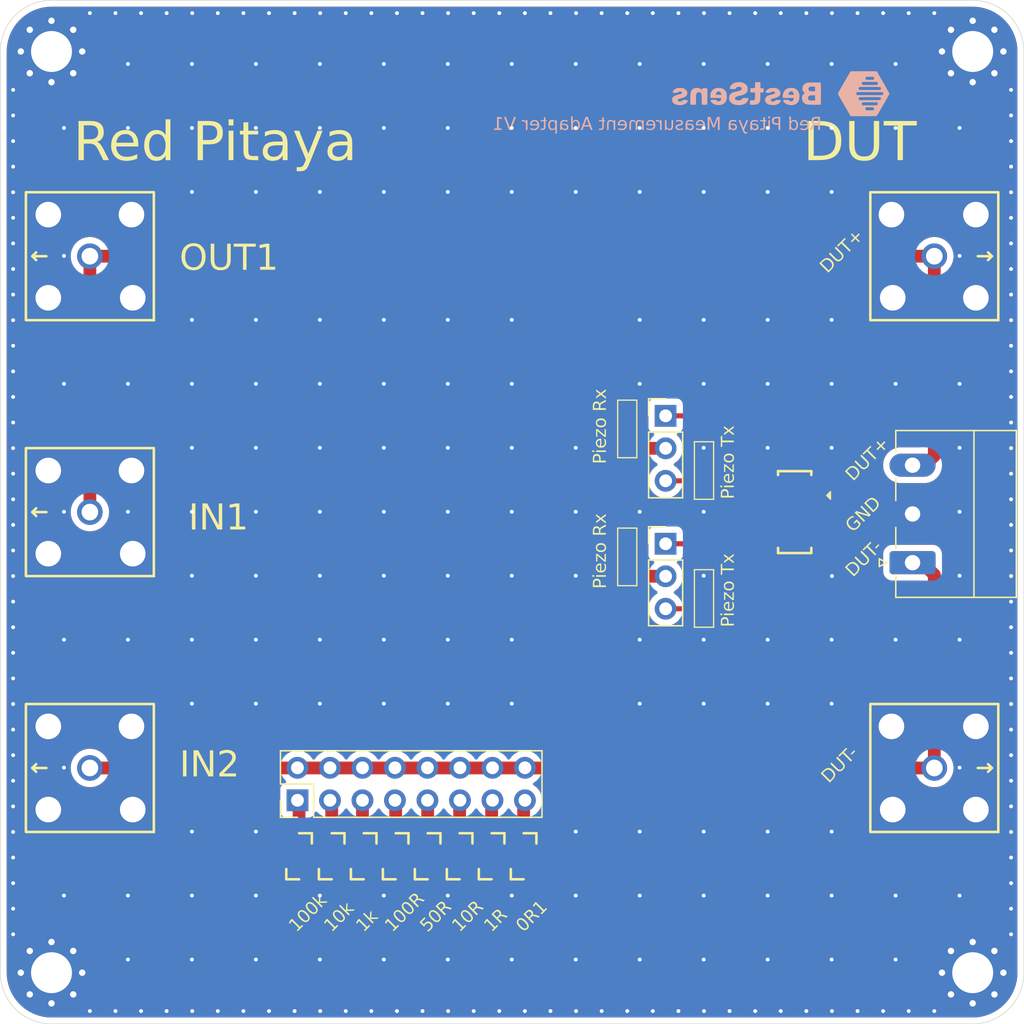
<source format=kicad_pcb>
(kicad_pcb (version 20240108) (generator "pcbnew") (generator_version "8.0")
  (layers (0 "F.Cu" signal) (31 "B.Cu" signal) (34 "B.Paste" user) (35 "F.Paste" user) (36 "B.SilkS" user "B.Silkscreen") (37 "F.SilkS" user "F.Silkscreen") (38 "B.Mask" user) (39 "F.Mask" user) (44 "Edge.Cuts" user))
  (net 0 "")
  (net 1 "GND")
  (net 2 "/OUT1")
  (net 3 "/IN2")
  (net 4 "/US-{slash}Tx")
  (net 6 "/US+{slash}Tx")
  (net 7 "/US+{slash}Rx")
  (net 9 "/US-{slash}Rx")
  (net 10 "Net-(J107-Pad5)")
  (net 11 "Net-(J107-Pad1)")
  (net 12 "Net-(J107-Pad13)")
  (net 13 "Net-(J107-Pad3)")
  (net 14 "Net-(J107-Pad9)")
  (net 15 "Net-(J107-Pad11)")
  (net 16 "Net-(J107-Pad15)")
  (net 17 "Net-(J107-Pad7)")
  (footprint "BestParts_Connectors:BNC_Jack_90" (layer "F.Cu") (at -33 -40 -90)
    (property "Reference" "J102" (hide yes))
    (property "Value" "Generic-5P" (hide yes))
  )
  (footprint "BestParts_Connectors:BNC_Jack_90" (layer "F.Cu") (at -33 -60 -90)
    (property "Reference" "J101" (hide yes))
    (property "Value" "Generic-5P" (hide yes))
  )
  (footprint "BestParts_Connectors:BNC_Jack_90" (layer "F.Cu") (at -33 -20 -90)
    (property "Reference" "J103" (hide yes))
    (property "Value" "Generic-5P" (hide yes))
  )
  (footprint "BestParts_Connectors:F31K-1A7H1-11006" (layer "F.Cu") (at 22.0875 -40)
    (property "Reference" "J104" (hide yes))
    (property "Value" "Generic-7P" (hide yes))
  )
  (footprint "BestParts_Resistors:R_0805" (layer "F.Cu") (at -11.6 -13.1 -90)
    (property "Reference" "R106" (hide yes))
    (property "Value" "1k" (hide yes))
  )
  (footprint "BestParts_Connectors:BNC_Jack_90" (layer "F.Cu") (at 33 -60 90)
    (property "Reference" "J109" (hide yes))
    (property "Value" "Generic-5P" (hide yes))
  )
  (footprint "MountingHole:MountingHole_3.2mm_M3_Pad_Via" (layer "F.Cu") (at -36 -4)
    (property "Reference" "H104" (hide yes))
    (property "Value" "MountingHole_Pad" (hide yes))
  )
  (footprint "BestParts_Resistors:R_0805" (layer "F.Cu") (at -9.1 -13.1 -90)
    (property "Reference" "R105" (hide yes))
    (property "Value" "100R" (hide yes))
  )
  (footprint "BestParts_Resistors:R_0805" (layer "F.Cu") (at -4.1 -13.1 -90)
    (property "Reference" "R103" (hide yes))
    (property "Value" "10R" (hide yes))
  )
  (footprint "BestParts_Resistors:R_0805" (layer "F.Cu") (at -16.65 -13.1 -90)
    (property "Reference" "R108" (hide yes))
    (property "Value" "100k" (hide yes))
  )
  (footprint "Connector_PinHeader_2.54mm:PinHeader_2x08_P2.54mm_Vertical" (layer "F.Cu") (at -16.775 -17.475 90)
    (property "Reference" "J107" (hide yes))
    (property "Value" "~" (hide yes))
  )
  (footprint "BestParts_Resistors:R_0805" (layer "F.Cu") (at -14.1 -13.1 -90)
    (property "Reference" "R107" (hide yes))
    (property "Value" "10k" (hide yes))
  )
  (footprint "BestParts_Resistors:R_0805" (layer "F.Cu") (at -1.6 -13.1 -90)
    (property "Reference" "R102" (hide yes))
    (property "Value" "1R" (hide yes))
  )
  (footprint "BestSens:BestSensLOGO" (layer "F.Cu") (at 21 -72.7)
    (property "Reference" "G***" (hide yes))
    (property "Value" "LOGO" (hide yes))
  )
  (footprint "Connector_Phoenix_MC:PhoenixContact_MC_1,5_3-G-3.81_1x03_P3.81mm_Horizontal" (layer "F.Cu") (at 31.3 -36.045 90)
    (property "Reference" "J111" (hide yes))
    (property "Value" "~" (hide yes))
  )
  (footprint "BestParts_Resistors:R_0805" (layer "F.Cu") (at -6.6 -13.1 -90)
    (property "Reference" "R104" (hide yes))
    (property "Value" "50R" (hide yes))
  )
  (footprint "MountingHole:MountingHole_3.2mm_M3_Pad_Via" (layer "F.Cu") (at -36 -76)
    (property "Reference" "H103" (hide yes))
    (property "Value" "MountingHole_Pad" (hide yes))
  )
  (footprint "MountingHole:MountingHole_3.2mm_M3_Pad_Via" (layer "F.Cu") (at 36 -76)
    (property "Reference" "H101" (hide yes))
    (property "Value" "MountingHole_Pad" (hide yes))
  )
  (footprint "MountingHole:MountingHole_3.2mm_M3_Pad_Via" (layer "F.Cu") (at 36 -4)
    (property "Reference" "H102" (hide yes))
    (property "Value" "MountingHole_Pad" (hide yes))
  )
  (footprint "BestParts_Connectors:BNC_Jack_90" (layer "F.Cu") (at 33 -20 90)
    (property "Reference" "J108" (hide yes))
    (property "Value" "Generic-5P" (hide yes))
  )
  (footprint "Connector_PinHeader_2.54mm:PinHeader_1x03_P2.54mm_Vertical" (layer "F.Cu") (at 12 -47.525)
    (property "Reference" "J105" (hide yes))
    (property "Value" "~" (hide yes))
  )
  (footprint "BestParts_Resistors:R_0805" (layer "F.Cu") (at 0.9 -13.1 -90)
    (property "Reference" "R101" (hide yes))
    (property "Value" "0R1" (hide yes))
  )
  (footprint "Connector_PinHeader_2.54mm:PinHeader_1x03_P2.54mm_Vertical" (layer "F.Cu") (at 12 -37.525)
    (property "Reference" "J106" (hide yes))
    (property "Value" "~" (hide yes))
  )
  (gr_line (start 14.25 -41) (end 15.75 -41) (stroke (width 0.1)) (layer "F.SilkS"))
  (gr_line (start 14.25 -31) (end 15.75 -31) (stroke (width 0.1)) (layer "F.SilkS"))
  (gr_line (start 14.25 -45.5) (end 14.25 -41) (stroke (width 0.1)) (layer "F.SilkS"))
  (gr_line (start 15.75 -31) (end 15.75 -35.5) (stroke (width 0.1)) (layer "F.SilkS"))
  (gr_line (start 8.25 -44.25) (end 9.75 -44.25) (stroke (width 0.1)) (layer "F.SilkS"))
  (gr_line (start 9.75 -38.75) (end 8.25 -38.75) (stroke (width 0.1)) (layer "F.SilkS"))
  (gr_line (start 15.75 -41) (end 15.75 -45.5) (stroke (width 0.1)) (layer "F.SilkS"))
  (gr_line (start 9.75 -34.25) (end 9.75 -38.75) (stroke (width 0.1)) (layer "F.SilkS"))
  (gr_line (start 9.75 -44.25) (end 9.75 -48.75) (stroke (width 0.1)) (layer "F.SilkS"))
  (gr_line (start 8.25 -34.25) (end 9.75 -34.25) (stroke (width 0.1)) (layer "F.SilkS"))
  (gr_line (start 8.25 -48.75) (end 8.25 -44.25) (stroke (width 0.1)) (layer "F.SilkS"))
  (gr_line (start 8.25 -38.75) (end 8.25 -34.25) (stroke (width 0.1)) (layer "F.SilkS"))
  (gr_line (start 9.75 -48.75) (end 8.25 -48.75) (stroke (width 0.1)) (layer "F.SilkS"))
  (gr_line (start 14.25 -35.5) (end 14.25 -31) (stroke (width 0.1)) (layer "F.SilkS"))
  (gr_line (start 15.75 -45.5) (end 14.25 -45.5) (stroke (width 0.1)) (layer "F.SilkS"))
  (gr_line (start 15.75 -35.5) (end 14.25 -35.5) (stroke (width 0.1)) (layer "F.SilkS"))
  (gr_line (start -36 0) (end 36 0) (stroke (width 0.05)) (layer "Edge.Cuts"))
  (gr_line (start 40 -4) (end 40 -76) (stroke (width 0.05)) (layer "Edge.Cuts"))
  (gr_line (start 36 -80) (end -36 -80) (stroke (width 0.05)) (layer "Edge.Cuts"))
  (gr_arc (start -40 -76) (mid -38.828427 -78.828427) (end -36 -80) (stroke (width 0.05)) (layer "Edge.Cuts"))
  (gr_arc (start 40 -4) (mid 38.828427 -1.171573) (end 36 0) (stroke (width 0.05)) (layer "Edge.Cuts"))
  (gr_line (start -40 -76) (end -40 -4) (stroke (width 0.05)) (layer "Edge.Cuts"))
  (gr_arc (start 36 -80) (mid 38.828427 -78.828427) (end 40 -76) (stroke (width 0.05)) (layer "Edge.Cuts"))
  (gr_arc (start -36 0) (mid -38.828427 -1.171573) (end -40 -4) (stroke (width 0.05)) (layer "Edge.Cuts"))
  (gr_text "Red Pitaya Measurement Adapter V1" (at 24.2 -69.7 0) (layer "B.SilkS") (effects (font (size 1 1) (thickness 0.1)) (justify left bottom mirror)))
  (gr_text "100k" (at -16.75 -7 45) (layer "F.SilkS") (effects (font (size 1 1) (thickness 0.1)) (justify left bottom)))
  (gr_text "OUT1" (at -26 -58.6 0) (layer "F.SilkS") (effects (font (size 2 2) (thickness 0.1)) (justify left bottom)))
  (gr_text "GND" (at 26.75 -38.25 45) (layer "F.SilkS") (effects (font (size 1 1) (thickness 0.1)) (justify left bottom)))
  (gr_text "1k" (at -11.5 -7 45) (layer "F.SilkS") (effects (font (size 1 1) (thickness 0.1)) (justify left bottom)))
  (gr_text "IN1" (at -25.3 -38.3 0) (layer "F.SilkS") (effects (font (size 2 2) (thickness 0.1)) (justify left bottom)))
  (gr_text "50R" (at -6.5 -7 45) (layer "F.SilkS") (effects (font (size 1 1) (thickness 0.1)) (justify left bottom)))
  (gr_text "Piezo Tx" (at 17.5 -41 90) (layer "F.SilkS") (effects (font (size 1 1) (thickness 0.1)) (justify left bottom)))
  (gr_text "Piezo Rx" (at 7.5 -43.75 90) (layer "F.SilkS") (effects (font (size 1 1) (thickness 0.1)) (justify left bottom)))
  (gr_text "DUT+" (at 24.75 -58.5 45) (layer "F.SilkS") (effects (font (size 1 1) (thickness 0.1)) (justify left bottom)))
  (gr_text "Red Pitaya" (at -34.3 -67 0) (layer "F.SilkS") (effects (font (size 3 3) (thickness 0.1)) (justify left bottom)))
  (gr_text "DUT" (at 22.75 -67 0) (layer "F.SilkS") (effects (font (size 3 3) (thickness 0.1)) (justify left bottom)))
  (gr_text "Piezo Tx" (at 17.5 -31 90) (layer "F.SilkS") (effects (font (size 1 1) (thickness 0.1)) (justify left bottom)))
  (gr_text "10R" (at -4 -7 45) (layer "F.SilkS") (effects (font (size 1 1) (thickness 0.1)) (justify left bottom)))
  (gr_text "10k" (at -14 -7 45) (layer "F.SilkS") (effects (font (size 1 1) (thickness 0.1)) (justify left bottom)))
  (gr_text "1R" (at -1.5 -7 45) (layer "F.SilkS") (effects (font (size 1 1) (thickness 0.1)) (justify left bottom)))
  (gr_text "DUT-" (at 26.75 -34.75 45) (layer "F.SilkS") (effects (font (size 1 1) (thickness 0.1)) (justify left bottom)))
  (gr_text "DUT+" (at 26.75 -42.25 45) (layer "F.SilkS") (effects (font (size 1 1) (thickness 0.1)) (justify left bottom)))
  (gr_text "IN2" (at -26 -19 0) (layer "F.SilkS") (effects (font (size 2 2) (thickness 0.1)) (justify left bottom)))
  (gr_text "100R" (at -9.25 -7 45) (layer "F.SilkS") (effects (font (size 1 1) (thickness 0.1)) (justify left bottom)))
  (gr_text "0R1" (at 1 -7 45) (layer "F.SilkS") (effects (font (size 1 1) (thickness 0.1)) (justify left bottom)))
  (gr_text "Piezo Rx" (at 7.5 -34 90) (layer "F.SilkS") (effects (font (size 1 1) (thickness 0.1)) (justify left bottom)))
  (gr_text "DUT-" (at 24.857483 -18.642516 45) (layer "F.SilkS") (effects (font (size 1 1) (thickness 0.1)) (justify left bottom)))
  (via (at -25.025 -5.025) (size 0.5) (drill 0.3) (layers "F.Cu" "B.Cu") (net 1))
  (via (at -39 -25) (size 0.6) (drill 0.3) (layers "F.Cu" "B.Cu") (net 1))
  (via (at -35.025 -30.025) (size 0.5) (drill 0.3) (layers "F.Cu" "B.Cu") (net 1))
  (via (at 3 -79) (size 0.6) (drill 0.3) (layers "F.Cu" "B.Cu") (net 1))
  (via (at -35.025 -70.025) (size 0.5) (drill 0.3) (layers "F.Cu" "B.Cu") (net 1))
  (via (at 34.975 -60.025) (size 0.5) (drill 0.3) (layers "F.Cu" "B.Cu") (net 1))
  (via (at -10.025 -10.025) (size 0.5) (drill 0.3) (layers "F.Cu" "B.Cu") (net 1))
  (via (at 9.975 -30.025) (size 0.5) (drill 0.3) (layers "F.Cu" "B.Cu") (net 1))
  (via (at -35.025 -60.025) (size 0.5) (drill 0.3) (layers "F.Cu" "B.Cu") (net 1))
  (via (at -33 -1) (size 0.6) (drill 0.3) (layers "F.Cu" "B.Cu") (net 1))
  (via (at -5.025 -30.025) (size 0.5) (drill 0.3) (layers "F.Cu" "B.Cu") (net 1))
  (via (at 39 -29) (size 0.6) (drill 0.3) (layers "F.Cu" "B.Cu") (net 1))
  (via (at -15.025 -25.025) (size 0.5) (drill 0.3) (layers "F.Cu" "B.Cu") (net 1))
  (via (at -11 -1) (size 0.6) (drill 0.3) (layers "F.Cu" "B.Cu") (net 1))
  (via (at -1 -79) (size 0.6) (drill 0.3) (layers "F.Cu" "B.Cu") (net 1))
  (via (at -39 -12.999999) (size 0.6) (drill 0.3) (layers "F.Cu" "B.Cu") (net 1))
  (via (at -1 -1) (size 0.6) (drill 0.3) (layers "F.Cu" "B.Cu") (net 1))
  (via (at -17 -79) (size 0.6) (drill 0.3) (layers "F.Cu" "B.Cu") (net 1))
  (via (at -0.025 -25.025) (size 0.5) (drill 0.3) (layers "F.Cu" "B.Cu") (net 1))
  (via (at -20.025 -35.025) (size 0.5) (drill 0.3) (layers "F.Cu" "B.Cu") (net 1))
  (via (at 19 -1) (size 0.6) (drill 0.3) (layers "F.Cu" "B.Cu") (net 1))
  (via (at 25 -79) (size 0.6) (drill 0.3) (layers "F.Cu" "B.Cu") (net 1))
  (via (at 27 -79) (size 0.6) (drill 0.3) (layers "F.Cu" "B.Cu") (net 1))
  (via (at -0.025 -40.025) (size 0.5) (drill 0.3) (layers "F.Cu" "B.Cu") (net 1))
  (via (at 24.975 -5.025) (size 0.5) (drill 0.3) (layers "F.Cu" "B.Cu") (net 1))
  (via (at 39 -61) (size 0.6) (drill 0.3) (layers "F.Cu" "B.Cu") (net 1))
  (via (at -9 -1) (size 0.6) (drill 0.3) (layers "F.Cu" "B.Cu") (net 1))
  (via (at -15.025 -55.025) (size 0.5) (drill 0.3) (layers "F.Cu" "B.Cu") (net 1))
  (via (at -39 -49) (size 0.6) (drill 0.3) (layers "F.Cu" "B.Cu") (net 1))
  (via (at 29.975 -10.025) (size 0.5) (drill 0.3) (layers "F.Cu" "B.Cu") (net 1))
  (via (at 5 -1) (size 0.6) (drill 0.3) (layers "F.Cu" "B.Cu") (net 1))
  (via (at 39 -39) (size 0.6) (drill 0.3) (layers "F.Cu" "B.Cu") (net 1))
  (via (at -20.025 -70.025) (size 0.5) (drill 0.3) (layers "F.Cu" "B.Cu") (net 1))
  (via (at -15 -79) (size 0.6) (drill 0.3) (layers "F.Cu" "B.Cu") (net 1))
  (via (at -35.025 -10.025) (size 0.5) (drill 0.3) (layers "F.Cu" "B.Cu") (net 1))
  (via (at -0.025 -55.025) (size 0.5) (drill 0.3) (layers "F.Cu" "B.Cu") (net 1))
  (via (at -20.025 -40.025) (size 0.5) (drill 0.3) (layers "F.Cu" "B.Cu") (net 1))
  (via (at 19.975 -55.025) (size 0.5) (drill 0.3) (layers "F.Cu" "B.Cu") (net 1))
  (via (at -5.025 -65.025) (size 0.5) (drill 0.3) (layers "F.Cu" "B.Cu") (net 1))
  (via (at 34.975 -50.025) (size 0.5) (drill 0.3) (layers "F.Cu" "B.Cu") (net 1))
  (via (at -25.025 -35.025) (size 0.5) (drill 0.3) (layers "F.Cu" "B.Cu") (net 1))
  (via (at 19.975 -15.025) (size 0.5) (drill 0.3) (layers "F.Cu" "B.Cu") (net 1))
  (via (at -39 -37) (size 0.6) (drill 0.3) (layers "F.Cu" "B.Cu") (net 1))
  (via (at 9.975 -25.025) (size 0.5) (drill 0.3) (layers "F.Cu" "B.Cu") (net 1))
  (via (at -15.025 -50.025) (size 0.5) (drill 0.3) (layers "F.Cu" "B.Cu") (net 1))
  (via (at 14.975 -5.025) (size 0.5) (drill 0.3) (layers "F.Cu" "B.Cu") (net 1))
  (via (at -21 -1) (size 0.6) (drill 0.3) (layers "F.Cu" "B.Cu") (net 1))
  (via (at 14.975 -50.025) (size 0.5) (drill 0.3) (layers "F.Cu" "B.Cu") (net 1))
  (via (at 14.975 -55.025) (size 0.5) (drill 0.3) (layers "F.Cu" "B.Cu") (net 1))
  (via (at 29.975 -75.025) (size 0.5) (drill 0.3) (layers "F.Cu" "B.Cu") (net 1))
  (via (at 39 -40.999999) (size 0.6) (drill 0.3) (layers "F.Cu" "B.Cu") (net 1))
  (via (at -5.025 -10.025) (size 0.5) (drill 0.3) (layers "F.Cu" "B.Cu") (net 1))
  (via (at -25.025 -70.025) (size 0.5) (drill 0.3) (layers "F.Cu" "B.Cu") (net 1))
  (via (at -20.025 -75.025) (size 0.5) (drill 0.3) (layers "F.Cu" "B.Cu") (net 1))
  (via (at -39 -68.999999) (size 0.6) (drill 0.3) (layers "F.Cu" "B.Cu") (net 1))
  (via (at -39 -35) (size 0.6) (drill 0.3) (layers "F.Cu" "B.Cu") (net 1))
  (via (at -5 -1) (size 0.6) (drill 0.3) (layers "F.Cu" "B.Cu") (net 1))
  (via (at -15.025 -30.025) (size 0.5) (drill 0.3) (layers "F.Cu" "B.Cu") (net 1))
  (via (at 29.975 -30.025) (size 0.5) (drill 0.3) (layers "F.Cu" "B.Cu") (net 1))
  (via (at -30.025 -5.025) (size 0.5) (drill 0.3) (layers "F.Cu" "B.Cu") (net 1))
  (via (at 34.975 -45.025) (size 0.5) (drill 0.3) (layers "F.Cu" "B.Cu") (net 1))
  (via (at -33 -79) (size 0.6) (drill 0.3) (layers "F.Cu" "B.Cu") (net 1))
  (via (at -0.025 -50.025) (size 0.5) (drill 0.3) (layers "F.Cu" "B.Cu") (net 1))
  (via (at 39 -25) (size 0.6) (drill 0.3) (layers "F.Cu" "B.Cu") (net 1))
  (via (at 4.975 -15.025) (size 0.5) (drill 0.3) (layers "F.Cu" "B.Cu") (net 1))
  (via (at 39 -49) (size 0.6) (drill 0.3) (layers "F.Cu" "B.Cu") (net 1))
  (via (at -39 -26.999999) (size 0.6) (drill 0.3) (layers "F.Cu" "B.Cu") (net 1))
  (via (at 14.975 -15.025) (size 0.5) (drill 0.3) (layers "F.Cu" "B.Cu") (net 1))
  (via (at -35.025 -20.025) (size 0.5) (drill 0.3) (layers "F.Cu" "B.Cu") (net 1))
  (via (at 19.975 -70.025) (size 0.5) (drill 0.3) (layers "F.Cu" "B.Cu") (net 1))
  (via (at -15.025 -10.025) (size 0.5) (drill 0.3) (layers "F.Cu" "B.Cu") (net 1))
  (via (at -10.025 -65.025) (size 0.5) (drill 0.3) (layers "F.Cu" "B.Cu") (net 1))
  (via (at -27 -79) (size 0.6) (drill 0.3) (layers "F.Cu" "B.Cu") (net 1))
  (via (at -5 -79) (size 0.6) (drill 0.3) (layers "F.Cu" "B.Cu") (net 1))
  (via (at 17 -1) (size 0.6) (drill 0.3) (layers "F.Cu" "B.Cu") (net 1))
  (via (at 39 -44.999999) (size 0.6) (drill 0.3) (layers "F.Cu" "B.Cu") (net 1))
  (via (at 24.975 -15.025) (size 0.5) (drill 0.3) (layers "F.Cu" "B.Cu") (net 1))
  (via (at -7 -1) (size 0.6) (drill 0.3) (layers "F.Cu" "B.Cu") (net 1))
  (via (at -29 -1) (size 0.6) (drill 0.3) (layers "F.Cu" "B.Cu") (net 1))
  (via (at -25.025 -40.025) (size 0.5) (drill 0.3) (layers "F.Cu" "B.Cu") (net 1))
  (via (at 39 -71) (size 0.6) (drill 0.3) (layers "F.Cu" "B.Cu") (net 1))
  (via (at -35.025 -40.025) (size 0.5) (drill 0.3) (layers "F.Cu" "B.Cu") (net 1))
  (via (at 39 -35) (size 0.6) (drill 0.3) (layers "F.Cu" "B.Cu") (net 1))
  (via (at -25.025 -75.025) (size 0.5) (drill 0.3) (layers "F.Cu" "B.Cu") (net 1))
  (via (at 9 -79) (size 0.6) (drill 0.3) (layers "F.Cu" "B.Cu") (net 1))
  (via (at 15 -79) (size 0.6) (drill 0.3) (layers "F.Cu" "B.Cu") (net 1))
  (via (at -39 -51) (size 0.6) (drill 0.3) (layers "F.Cu" "B.Cu") (net 1))
  (via (at -39 -63) (size 0.6) (drill 0.3) (layers "F.Cu" "B.Cu") (net 1))
  (via (at -39 -40.999999) (size 0.6) (drill 0.3) (layers "F.Cu" "B.Cu") (net 1))
  (via (at 7 -1) (size 0.6) (drill 0.3) (layers "F.Cu" "B.Cu") (net 1))
  (via (at 14.975 -70.025) (size 0.5) (drill 0.3) (layers "F.Cu" "B.Cu") (net 1))
  (via (at 39 -54.999999) (size 0.6) (drill 0.3) (layers "F.Cu" "B.Cu") (net 1))
  (via (at -39 -23) (size 0.6) (drill 0.3) (layers "F.Cu" "B.Cu") (net 1))
  (via (at 9.975 -75.025) (size 0.5) (drill 0.3) (layers "F.Cu" "B.Cu") (net 1))
  (via (at 39 -11) (size 0.6) (drill 0.3) (layers "F.Cu" "B.Cu") (net 1))
  (via (at -0.025 -35.025) (size 0.5) (drill 0.3) (layers "F.Cu" "B.Cu") (net 1))
  (via (at -0.025 -30.025) (size 0.5) (drill 0.3) (layers "F.Cu" "B.Cu") (net 1))
  (via (at -10.025 -45.025) (size 0.5) (drill 0.3) (layers "F.Cu" "B.Cu") (net 1))
  (via (at 3 -1) (size 0.6) (drill 0.3) (layers "F.Cu" "B.Cu") (net 1))
  (via (at -5.025 -5.025) (size 0.5) (drill 0.3) (layers "F.Cu" "B.Cu") (net 1))
  (via (at -30.025 -70.025) (size 0.5) (drill 0.3) (layers "F.Cu" "B.Cu") (net 1))
  (via (at -10.025 -55.025) (size 0.5) (drill 0.3) (layers "F.Cu" "B.Cu") (net 1))
  (via (at -39 -43) (size 0.6) (drill 0.3) (layers "F.Cu" "B.Cu") (net 1))
  (via (at 19.975 -10.025) (size 0.5) (drill 0.3) (layers "F.Cu" "B.Cu") (net 1))
  (via (at -20.025 -50.025) (size 0.5) (drill 0.3) (layers "F.Cu" "B.Cu") (net 1))
  (via (at -39 -33) (size 0.6) (drill 0.3) (layers "F.Cu" "B.Cu") (net 1))
  (via (at 4.975 -40.025) (size 0.5) (drill 0.3) (layers "F.Cu" "B.Cu") (net 1))
  (via (at 11 -79) (size 0.6) (drill 0.3) (layers "F.Cu" "B.Cu") (net 1))
  (via (at -5.025 -40.025) (size 0.5) (drill 0.3) (layers "F.Cu" "B.Cu") (net 1))
  (via (at 24.975 -75.025) (size 0.5) (drill 0.3) (layers "F.Cu" "B.Cu") (net 1))
  (via (at -39 -9) (size 0.6) (drill 0.3) (layers "F.Cu" "B.Cu") (net 1))
  (via (at -39 -19) (size 0.6) (drill 0.3) (layers "F.Cu" "B.Cu") (net 1))
  (via (at -20.025 -30.025) (size 0.5) (drill 0.3) (layers "F.Cu" "B.Cu") (net 1))
  (via (at -10.025 -40.025) (size 0.5) (drill 0.3) (layers "F.Cu" "B.Cu") (net 1))
  (via (at -35.025 -50.025) (size 0.5) (drill 0.3) (layers "F.Cu" "B.Cu") (net 1))
  (via (at 13 -79) (size 0.6) (drill 0.3) (layers "F.Cu" "B.Cu") (net 1))
  (via (at -39 -61) (size 0.6) (drill 0.3) (layers "F.Cu" "B.Cu") (net 1))
  (via (at -15.025 -65.025) (size 0.5) (drill 0.3) (layers "F.Cu" "B.Cu") (net 1))
  (via (at -15.025 -5.025) (size 0.5) (drill 0.3) (layers "F.Cu" "B.Cu") (net 1))
  (via (at 13 -1) (size 0.6) (drill 0.3) (layers "F.Cu" "B.Cu") (net 1))
  (via (at -7 -79) (size 0.6) (drill 0.3) (layers "F.Cu" "B.Cu") (net 1))
  (via (at -31 -79) (size 0.6) (drill 0.3) (layers "F.Cu" "B.Cu") (net 1))
  (via (at 4.975 -65.025) (size 0.5) (drill 0.3) (layers "F.Cu" "B.Cu") (net 1))
  (via (at 19.975 -65.025) (size 0.5) (drill 0.3) (layers "F.Cu" "B.Cu") (net 1))
  (via (at 24.975 -50.025) (size 0.5) (drill 0.3) (layers "F.Cu" "B.Cu") (net 1))
  (via (at 11 -1) (size 0.6) (drill 0.3) (layers "F.Cu" "B.Cu") (net 1))
  (via (at -30.025 -30.025) (size 0.5) (drill 0.3) (layers "F.Cu" "B.Cu") (net 1))
  (via (at -25.025 -15.025) (size 0.5) (drill 0.3) (layers "F.Cu" "B.Cu") (net 1))
  (via (at -19 -79) (size 0.6) (drill 0.3) (layers "F.Cu" "B.Cu") (net 1))
  (via (at -20.025 -5.025) (size 0.5) (drill 0.3) (layers "F.Cu" "B.Cu") (net 1))
  (via (at -5.025 -55.025) (size 0.5) (drill 0.3) (layers "F.Cu" "B.Cu") (net 1))
  (via (at 19.975 -45.025) (size 0.5) (drill 0.3) (layers "F.Cu" "B.Cu") (net 1))
  (via (at 39 -51) (size 0.6) (drill 0.3) (layers "F.Cu" "B.Cu") (net 1))
  (via (at -39 -54.999999) (size 0.6) (drill 0.3) (layers "F.Cu" "B.Cu") (net 1))
  (via (at -30.025 -75.025) (size 0.5) (drill 0.3) (layers "F.Cu" "B.Cu") (net 1))
  (via (at 39 -33) (size 0.6) (drill 0.3) (layers "F.Cu" "B.Cu") (net 1))
  (via (at 39 -59.000001) (size 0.6) (drill 0.3) (layers "F.Cu" "B.Cu") (net 1))
  (via (at -39 -71) (size 0.6) (drill 0.3) (layers "F.Cu" "B.Cu") (net 1))
  (via (at 39 -31.000001) (size 0.6) (drill 0.3) (layers "F.Cu" "B.Cu") (net 1))
  (via (at -13 -79) (size 0.6) (drill 0.3) (layers "F.Cu" "B.Cu") (net 1))
  (via (at 39 -72.999999) (size 0.6) (drill 0.3) (layers "F.Cu" "B.Cu") (net 1))
  (via (at 29.975 -5.025) (size 0.5) (drill 0.3) (layers "F.Cu" "B.Cu") (net 1))
  (via (at 39 -9) (size 0.6) (drill 0.3) (layers "F.Cu" "B.Cu") (net 1))
  (via (at 25 -1) (size 0.6) (drill 0.3) (layers "F.Cu" "B.Cu") (net 1))
  (via (at 19.975 -50.025) (size 0.5) (drill 0.3) (layers "F.Cu" "B.Cu") (net 1))
  (via (at -10.025 -35.025) (size 0.5) (drill 0.3) (layers "F.Cu" "B.Cu") (net 1))
  (via (at 39 -57) (size 0.6) (drill 0.3) (layers "F.Cu" "B.Cu") (net 1))
  (via (at 39 -21) (size 0.6) (drill 0.3) (layers "F.Cu" "B.Cu") (net 1))
  (via (at -5.025 -50.025) (size 0.5) (drill 0.3) (layers "F.Cu" "B.Cu") (net 1))
  (via (at -15.025 -70.025) (size 0.5) (drill 0.3) (layers "F.Cu" "B.Cu") (net 1))
  (via (at 9.975 -50.025) (size 0.5) (drill 0.3) (layers "F.Cu" "B.Cu") (net 1))
  (via (at -5.025 -45.025) (size 0.5) (drill 0.3) (layers "F.Cu" "B.Cu") (net 1))
  (via (at -3 -1) (size 0.6) (drill 0.3) (layers "F.Cu" "B.Cu") (net 1))
  (via (at -9 -79) (size 0.6) (drill 0.3) (layers "F.Cu" "B.Cu") (net 1))
  (via (at -10.025 -70.025) (size 0.5) (drill 0.3) (layers "F.Cu" "B.Cu") (net 1))
  (via (at 19.975 -75.025) (size 0.5) (drill 0.3) (layers "F.Cu" "B.Cu") (net 1))
  (via (at 34.975 -20.025) (size 0.5) (drill 0.3) (layers "F.Cu" "B.Cu") (net 1))
  (via (at 39 -7) (size 0.6) (drill 0.3) (layers "F.Cu" "B.Cu") (net 1))
  (via (at 21 -79) (size 0.6) (drill 0.3) (layers "F.Cu" "B.Cu") (net 1))
  (via (at -30.025 -40.025) (size 0.5) (drill 0.3) (layers "F.Cu" "B.Cu") (net 1))
  (via (at 9 -1) (size 0.6) (drill 0.3) (layers "F.Cu" "B.Cu") (net 1))
  (via (at -39 -29) (size 0.6) (drill 0.3) (layers "F.Cu" "B.Cu") (net 1))
  (via (at 29.975 -70.025) (size 0.5) (drill 0.3) (layers "F.Cu" "B.Cu") (net 1))
  (via (at -39 -67) (size 0.6) (drill 0.3) (layers "F.Cu" "B.Cu") (net 1))
  (via (at -13 -1) (size 0.6) (drill 0.3) (layers "F.Cu" "B.Cu") (net 1))
  (via (at -23 -79) (size 0.6) (drill 0.3) (layers "F.Cu" "B.Cu") (net 1))
  (via (at -5.025 -35.025) (size 0.5) (drill 0.3) (layers "F.Cu" "B.Cu") (net 1))
  (via (at -39 -44.999999) (size 0.6) (drill 0.3) (layers "F.Cu" "B.Cu") (net 1))
  (via (at 4.975 -35.025) (size 0.5) (drill 0.3) (layers "F.Cu" "B.Cu") (net 1))
  (via (at -20.025 -65.025) (size 0.5) (drill 0.3) (layers "F.Cu" "B.Cu") (net 1))
  (via (at -0.025 -65.025) (size 0.5) (drill 0.3) (layers "F.Cu" "B.Cu") (net 1))
  (via (at 23 -79) (size 0.6) (drill 0.3) (layers "F.Cu" "B.Cu") (net 1))
  (via (at 1 -1) (size 0.6) (drill 0.3) (layers "F.Cu" "B.Cu") (net 1))
  (via (at 14.975 -45.025) (size 0.5) (drill 0.3) (layers "F.Cu" "B.Cu") (net 1))
  (via (at -25.025 -50.025) (size 0.5) (drill 0.3) (layers "F.Cu" "B.Cu") (net 1))
  (via (at 14.975 -30.025) (size 0.5) (drill 0.3) (layers "F.Cu" "B.Cu") (net 1))
  (via (at -39 -59.000001) (size 0.6) (drill 0.3) (layers "F.Cu" "B.Cu") (net 1))
  (via (at 24.975 -10.025) (size 0.5) (drill 0.3) (layers "F.Cu" "B.Cu") (net 1))
  (via (at 34.975 -10.025) (size 0.5) (drill 0.3) (layers "F.Cu" "B.Cu") (net 1))
  (via (at 39 -16.999999) (size 0.6) (drill 0.3) (layers "F.Cu" "B.Cu") (net 1))
  (via (at -39 -47) (size 0.6) (drill 0.3) (layers "F.Cu" "B.Cu") (net 1))
  (via (at -5.025 -70.025) (size 0.5) (drill 0.3) (layers "F.Cu" "B.Cu") (net 1))
  (via (at 39 -53) (size 0.6) (drill 0.3) (layers "F.Cu" "B.Cu") (net 1))
  (via (at -15.025 -75.025) (size 0.5) (drill 0.3) (layers "F.Cu" "B.Cu") (net 1))
  (via (at -29 -79) (size 0.6) (drill 0.3) (layers "F.Cu" "B.Cu") (net 1))
  (via (at 14.975 -40.025) (size 0.5) (drill 0.3) (layers "F.Cu" "B.Cu") (net 1))
  (via (at -39 -31.000001) (size 0.6) (drill 0.3) (layers "F.Cu" "B.Cu") (net 1))
  (via (at 24.975 -55.025) (size 0.5) (drill 0.3) (layers "F.Cu" "B.Cu") (net 1))
  (via (at 14.975 -25.025) (size 0.5) (drill 0.3) (layers "F.Cu" "B.Cu") (net 1))
  (via (at 4.975 -75.025) (size 0.5) (drill 0.3) (layers "F.Cu" "B.Cu") (net 1))
  (via (at -20.025 -25.025) (size 0.5) (drill 0.3) (layers "F.Cu" "B.Cu") (net 1))
  (via (at 24.975 -45.025) (size 0.5) (drill 0.3) (layers "F.Cu" "B.Cu") (net 1))
  (via (at -15.025 -40.025) (size 0.5) (drill 0.3) (layers "F.Cu" "B.Cu") (net 1))
  (via (at -25.025 -25.025) (size 0.5) (drill 0.3) (layers "F.Cu" "B.Cu") (net 1))
  (via (at 39 -47) (size 0.6) (drill 0.3) (layers "F.Cu" "B.Cu") (net 1))
  (via (at -39 -57) (size 0.6) (drill 0.3) (layers "F.Cu" "B.Cu") (net 1))
  (via (at -0.025 -75.025) (size 0.5) (drill 0.3) (layers "F.Cu" "B.Cu") (net 1))
  (via (at 34.975 -30.025) (size 0.5) (drill 0.3) (layers "F.Cu" "B.Cu") (net 1))
  (via (at -27 -1) (size 0.6) (drill 0.3) (layers "F.Cu" "B.Cu") (net 1))
  (via (at -39 -39) (size 0.6) (drill 0.3) (layers "F.Cu" "B.Cu") (net 1))
  (via (at 5 -79) (size 0.6) (drill 0.3) (layers "F.Cu" "B.Cu") (net 1))
  (via (at 14.975 -75.025) (size 0.5) (drill 0.3) (layers "F.Cu" "B.Cu") (net 1))
  (via (at -15.025 -35.025) (size 0.5) (drill 0.3) (layers "F.Cu" "B.Cu") (net 1))
  (via (at -39 -65) (size 0.6) (drill 0.3) (layers "F.Cu" "B.Cu") (net 1))
  (via (at 39 -12.999999) (size 0.6) (drill 0.3) (layers "F.Cu" "B.Cu") (net 1))
  (via (at 9.975 -5.025) (size 0.5) (drill 0.3) (layers "F.Cu" "B.Cu") (net 1))
  (via (at 4.975 -10.025) (size 0.5) (drill 0.3) (layers "F.Cu" "B.Cu") (net 1))
  (via (at -25.025 -10.025) (size 0.5) (drill 0.3) (layers "F.Cu" "B.Cu") (net 1))
  (via (at -39 -21) (size 0.6) (drill 0.3) (layers "F.Cu" "B.Cu") (net 1))
  (via (at -5.025 -75.025) (size 0.5) (drill 0.3) (layers "F.Cu" "B.Cu") (net 1))
  (via (at -10.025 -75.025) (size 0.5) (drill 0.3) (layers "F.Cu" "B.Cu") (net 1))
  (via (at -30.025 -10.025) (size 0.5) (drill 0.3) (layers "F.Cu" "B.Cu") (net 1))
  (via (at 4.975 -70.025) (size 0.5) (drill 0.3) (layers "F.Cu" "B.Cu") (net 1))
  (via (at 9.975 -65.025) (size 0.5) (drill 0.3) (layers "F.Cu" "B.Cu") (net 1))
  (via (at -0.025 -10.025) (size 0.5) (drill 0.3) (layers "F.Cu" "B.Cu") (net 1))
  (via (at 39 -43) (size 0.6) (drill 0.3) (layers "F.Cu" "B.Cu") (net 1))
  (via (at 9.975 -15.025) (size 0.5) (drill 0.3) (layers "F.Cu" "B.Cu") (net 1))
  (via (at -30.025 -50.025) (size 0.5) (drill 0.3) (layers "F.Cu" "B.Cu") (net 1))
  (via (at 24.975 -30.025) (size 0.5) (drill 0.3) (layers "F.Cu" "B.Cu") (net 1))
  (via (at 24.975 -25.025) (size 0.5) (drill 0.3) (layers "F.Cu" "B.Cu") (net 1))
  (via (at 34.975 -40.025) (size 0.5) (drill 0.3) (layers "F.Cu" "B.Cu") (net 1))
  (via (at -15.025 -45.025) (size 0.5) (drill 0.3) (layers "F.Cu" "B.Cu") (net 1))
  (via (at -20.025 -10.025) (size 0.5) (drill 0.3) (layers "F.Cu" "B.Cu") (net 1))
  (via (at 33 -1) (size 0.6) (drill 0.3) (layers "F.Cu" "B.Cu") (net 1))
  (via (at -39 -16.999999) (size 0.6) (drill 0.3) (layers "F.Cu" "B.Cu") (net 1))
  (via (at 21 -1) (size 0.6) (drill 0.3) (layers "F.Cu" "B.Cu") (net 1))
  (via (at 14.975 -65.025) (size 0.5) (drill 0.3) (layers "F.Cu" "B.Cu") (net 1))
  (via (at -39 -15) (size 0.6) (drill 0.3) (layers "F.Cu" "B.Cu") (net 1))
  (via (at 29.975 -50.025) (size 0.5) (drill 0.3) (layers "F.Cu" "B.Cu") (net 1))
  (via (at -39 -11) (size 0.6) (drill 0.3) (layers "F.Cu" "B.Cu") (net 1))
  (via (at -3 -79) (size 0.6) (drill 0.3) (layers "F.Cu" "B.Cu") (net 1))
  (via (at 39 -37) (size 0.6) (drill 0.3) (layers "F.Cu" "B.Cu") (net 1))
  (via (at 19.975 -5.025) (size 0.5) (drill 0.3) (layers "F.Cu" "B.Cu") (net 1))
  (via (at 39 -26.999999) (size 0.6) (drill 0.3) (layers "F.Cu" "B.Cu") (net 1))
  (via (at -21 -79) (size 0.6) (drill 0.3) (layers "F.Cu" "B.Cu") (net 1))
  (via (at 9.975 -10.025) (size 0.5) (drill 0.3) (layers "F.Cu" "B.Cu") (net 1))
  (via (at 9.975 -70.025) (size 0.5) (drill 0.3) (layers "F.Cu" "B.Cu") (net 1))
  (via (at 17 -79) (size 0.6) (drill 0.3) (layers "F.Cu" "B.Cu") (net 1))
  (via (at 4.975 -45.025) (size 0.5) (drill 0.3) (layers "F.Cu" "B.Cu") (net 1))
  (via (at -10.025 -30.025) (size 0.5) (drill 0.3) (layers "F.Cu" "B.Cu") (net 1))
  (via (at 34.975 -70.025) (size 0.5) (drill 0.3) (layers "F.Cu" "B.Cu") (net 1))
  (via (at 23 -1) (size 0.6) (drill 0.3) (layers "F.Cu" "B.Cu") (net 1))
  (via (at 39 -67) (size 0.6) (drill 0.3) (layers "F.Cu" "B.Cu") (net 1))
  (via (at -25.025 -30.025) (size 0.5) (drill 0.3) (layers "F.Cu" "B.Cu") (net 1))
  (via (at -15 -1) (size 0.6) (drill 0.3) (layers "F.Cu" "B.Cu") (net 1))
  (via (at 14.975 -10.025) (size 0.5) (drill 0.3) (layers "F.Cu" "B.Cu") (net 1))
  (via (at -20.025 -55.025) (size 0.5) (drill 0.3) (layers "F.Cu" "B.Cu") (net 1))
  (via (at -0.025 -5.025) (size 0.5) (drill 0.3) (layers "F.Cu" "B.Cu") (net 1))
  (via (at 39 -68.999999) (size 0.6) (drill 0.3) (layers "F.Cu" "B.Cu") (net 1))
  (via (at -0.025 -70.025) (size 0.5) (drill 0.3) (layers "F.Cu" "B.Cu") (net 1))
  (via (at 29 -1) (size 0.6) (drill 0.3) (layers "F.Cu" "B.Cu") (net 1))
  (via (at 29 -79) (size 0.6) (drill 0.3) (layers "F.Cu" "B.Cu") (net 1))
  (via (at -10.025 -5.025) (size 0.5) (drill 0.3) (layers "F.Cu" "B.Cu") (net 1))
  (via (at -25.025 -65.025) (size 0.5) (drill 0.3) (layers "F.Cu" "B.Cu") (net 1))
  (via (at 39 -65) (size 0.6) (drill 0.3) (layers "F.Cu" "B.Cu") (net 1))
  (via (at 24.975 -65.025) (size 0.5) (drill 0.3) (layers "F.Cu" "B.Cu") (net 1))
  (via (at 39 -63) (size 0.6) (drill 0.3) (layers "F.Cu" "B.Cu") (net 1))
  (via (at -20.025 -15.025) (size 0.5) (drill 0.3) (layers "F.Cu" "B.Cu") (net 1))
  (via (at 15 -1) (size 0.6) (drill 0.3) (layers "F.Cu" "B.Cu") (net 1))
  (via (at 4.975 -5.025) (size 0.5) (drill 0.3) (layers "F.Cu" "B.Cu") (net 1))
  (via (at 34.975 -35.025) (size 0.5) (drill 0.3) (layers "F.Cu" "B.Cu") (net 1))
  (via (at 39 -19) (size 0.6) (drill 0.3) (layers "F.Cu" "B.Cu") (net 1))
  (via (at 14.975 -35.025) (size 0.5) (drill 0.3) (layers "F.Cu" "B.Cu") (net 1))
  (via (at -25 -1) (size 0.6) (drill 0.3) (layers "F.Cu" "B.Cu") (net 1))
  (via (at 25 -35) (size 0.6) (drill 0.3) (layers "F.Cu" "B.Cu") (net 1))
  (via (at -20.025 -45.025) (size 0.5) (drill 0.3) (layers "F.Cu" "B.Cu") (net 1))
  (via (at -39 -7) (size 0.6) (drill 0.3) (layers "F.Cu" "B.Cu") (net 1))
  (via (at 19.975 -25.025) (size 0.5) (drill 0.3) (layers "F.Cu" "B.Cu") (net 1))
  (via (at -5.025 -25.025) (size 0.5) (drill 0.3) (layers "F.Cu" "B.Cu") (net 1))
  (via (at 1 -79) (size 0.6) (drill 0.3) (layers "F.Cu" "B.Cu") (net 1))
  (via (at -17 -1) (size 0.6) (drill 0.3) (layers "F.Cu" "B.Cu") (net 1))
  (via (at -11 -79) (size 0.6) (drill 0.3) (layers "F.Cu" "B.Cu") (net 1))
  (via (at -31 -1) (size 0.6) (drill 0.3) (layers "F.Cu" "B.Cu") (net 1))
  (via (at 24.975 -70.025) (size 0.5) (drill 0.3) (layers "F.Cu" "B.Cu") (net 1))
  (via (at -19 -1) (size 0.6) (drill 0.3) (layers "F.Cu" "B.Cu") (net 1))
  (via (at -25.025 -55.025) (size 0.5) (drill 0.3) (layers "F.Cu" "B.Cu") (net 1))
  (via (at 9.975 -40.025) (size 0.5) (drill 0.3) (layers "F.Cu" "B.Cu") (net 1))
  (via (at 7 -79) (size 0.6) (drill 0.3) (layers "F.Cu" "B.Cu") (net 1))
  (via (at 39 -23) (size 0.6) (drill 0.3) (layers "F.Cu" "B.Cu") (net 1))
  (via (at -25.025 -45.025) (size 0.5) (drill 0.3) (layers "F.Cu" "B.Cu") (net 1))
  (via (at -10.025 -25.025) (size 0.5) (drill 0.3) (layers "F.Cu" "B.Cu") (net 1))
  (via (at -10.025 -50.025) (size 0.5) (drill 0.3) (layers "F.Cu" "B.Cu") (net 1))
  (via (at -23 -1) (size 0.6) (drill 0.3) (layers "F.Cu" "B.Cu") (net 1))
  (via (at -0.025 -45.025) (size 0.5) (drill 0.3) (layers "F.Cu" "B.Cu") (net 1))
  (via (at -39 -53) (size 0.6) (drill 0.3) (layers "F.Cu" "B.Cu") (net 1))
  (via (at 9.975 -55.025) (size 0.5) (drill 0.3) (layers "F.Cu" "B.Cu") (net 1))
  (via (at -39 -72.999999) (size 0.6) (drill 0.3) (layers "F.Cu" "B.Cu") (net 1))
  (via (at 31 -1) (size 0.6) (drill 0.3) (layers "F.Cu" "B.Cu") (net 1))
  (via (at 39 -15) (size 0.6) (drill 0.3) (layers "F.Cu" "B.Cu") (net 1))
  (via (at -25 -79) (size 0.6) (drill 0.3) (layers "F.Cu" "B.Cu") (net 1))
  (via (at 27 -1) (size 0.6) (drill 0.3) (layers "F.Cu" "B.Cu") (net 1))
  (via (at 19.975 -30.025) (size 0.5) (drill 0.3) (layers "F.Cu" "B.Cu") (net 1))
  (via (at 19 -79) (size 0.6) (drill 0.3) (layers "F.Cu" "B.Cu") (net 1))
  (via (at 31 -79) (size 0.6) (drill 0.3) (layers "F.Cu" "B.Cu") (net 1))
  (via (at 33 -79) (size 0.6) (drill 0.3) (layers "F.Cu" "B.Cu") (net 1))
  (segment (start 33 -44.4) (end 32.265 -43.665) (width 1) (layer "F.Cu") (net 2))
  (segment (start 12 -44.985) (end 8.015 -44.985) (width 1) (layer "F.Cu") (net 2))
  (segment (start 32.265 -43.665) (end 31.3 -43.665) (width 1) (layer "F.Cu") (net 2))
  (segment (start 6 -58) (end 4 -60) (width 1) (layer "F.Cu") (net 2))
  (segment (start 8.015 -44.985) (end 6 -47) (width 1) (layer "F.Cu") (net 2))
  (segment (start -33 -60) (end -1 -60) (width 1) (layer "F.Cu") (net 2))
  (segment (start -33 -60) (end -33 -40) (width 1) (layer "F.Cu") (net 2))
  (segment (start 33 -60) (end 33 -44.4) (width 1) (layer "F.Cu") (net 2))
  (segment (start -1 -60) (end 33 -60) (width 1) (layer "F.Cu") (net 2))
  (segment (start 6 -47) (end 6 -58) (width 1) (layer "F.Cu") (net 2))
  (segment (start 4 -60) (end -1 -60) (width 1) (layer "F.Cu") (net 2))
  (segment (start 6 -33) (end 6 -22) (width 1) (layer "F.Cu") (net 3))
  (segment (start 7.985 -34.985) (end 6 -33) (width 1) (layer "F.Cu") (net 3))
  (segment (start -33 -20) (end 33 -20) (width 1) (layer "F.Cu") (net 3))
  (segment (start 6 -22) (end 4 -20) (width 1) (layer "F.Cu") (net 3))
  (segment (start 33 -35.1) (end 32.055 -36.045) (width 1) (layer "F.Cu") (net 3))
  (segment (start 32.055 -36.045) (end 31.3 -36.045) (width 1) (layer "F.Cu") (net 3))
  (segment (start 33 -20) (end 33 -35.1) (width 1) (layer "F.Cu") (net 3))
  (segment (start 12 -34.985) (end 7.985 -34.985) (width 1) (layer "F.Cu") (net 3))
  (segment (start 19.7 -38.8) (end 20.6875 -38.8) (width 0.4) (layer "F.Cu") (net 4))
  (segment (start 16.055 -42.445) (end 19.7 -38.8) (width 0.4) (layer "F.Cu") (net 4))
  (segment (start 12 -42.445) (end 16.055 -42.445) (width 0.4) (layer "F.Cu") (net 4))
  (segment (start 27 -38.05) (end 25.75 -39.3) (width 0.4) (layer "F.Cu") (net 6))
  (segment (start 27 -34) (end 27 -38.05) (width 0.4) (layer "F.Cu") (net 6))
  (segment (start 12 -32.445) (end 25.445 -32.445) (width 0.4) (layer "F.Cu") (net 6))
  (segment (start 25.75 -39.3) (end 23.4875 -39.3) (width 0.4) (layer "F.Cu") (net 6))
  (segment (start 25.445 -32.445) (end 27 -34) (width 0.4) (layer "F.Cu") (net 6))
  (segment (start 17.775 -37.525) (end 12 -37.525) (width 0.4) (layer "F.Cu") (net 7))
  (segment (start 20.6875 -40.8) (end 21.6 -40.8) (width 0.4) (layer "F.Cu") (net 7))
  (segment (start 21.2 -35.5) (end 19.8 -35.5) (width 0.4) (layer "F.Cu") (net 7))
  (segment (start 22.1 -36.4) (end 21.2 -35.5) (width 0.4) (layer "F.Cu") (net 7))
  (segment (start 19.8 -35.5) (end 17.775 -37.525) (width 0.4) (layer "F.Cu") (net 7))
  (segment (start 21.6 -40.8) (end 22.1 -40.3) (width 0.4) (layer "F.Cu") (net 7))
  (segment (start 22.1 -40.3) (end 22.1 -36.4) (width 0.4) (layer "F.Cu") (net 7))
  (segment (start 18.6 -41.9) (end 18.6 -44.4) (width 0.4) (layer "F.Cu") (net 9))
  (segment (start 21.85 -41.45) (end 19.05 -41.45) (width 0.4) (layer "F.Cu") (net 9))
  (segment (start 22 -41.3) (end 21.85 -41.45) (width 0.4) (layer "F.Cu") (net 9))
  (segment (start 23.4875 -41.3) (end 22 -41.3) (width 0.4) (layer "F.Cu") (net 9))
  (segment (start 19.05 -41.45) (end 18.6 -41.9) (width 0.4) (layer "F.Cu") (net 9))
  (segment (start 18.6 -44.4) (end 15.475 -47.525) (width 0.4) (layer "F.Cu") (net 9))
  (segment (start 15.475 -47.525) (end 12 -47.525) (width 0.4) (layer "F.Cu") (net 9))
  (segment (start -11.6 -14.1) (end -11.695 -14.195) (width 1) (layer "F.Cu") (net 10))
  (segment (start -11.695 -14.195) (end -11.695 -17.475) (width 1) (layer "F.Cu") (net 10))
  (segment (start -16.65 -14.1) (end -16.65 -17.35) (width 1) (layer "F.Cu") (net 11))
  (segment (start -16.65 -17.35) (end -16.775 -17.475) (width 1) (layer "F.Cu") (net 11))
  (segment (start -1.6 -17.41) (end -1.535 -17.475) (width 1) (layer "F.Cu") (net 12))
  (segment (start -1.6 -14.1) (end -1.6 -17.41) (width 1) (layer "F.Cu") (net 12))
  (segment (start -14.1 -17.34) (end -14.235 -17.475) (width 1) (layer "F.Cu") (net 13))
  (segment (start -14.1 -14.1) (end -14.1 -17.34) (width 1) (layer "F.Cu") (net 13))
  (segment (start -6.6 -17.46) (end -6.615 -17.475) (width 1) (layer "F.Cu") (net 14))
  (segment (start -6.6 -14.1) (end -6.6 -17.46) (width 1) (layer "F.Cu") (net 14))
  (segment (start -4.1 -14.1) (end -4.1 -17.45) (width 1) (layer "F.Cu") (net 15))
  (segment (start -4.1 -17.45) (end -4.075 -17.475) (width 1) (layer "F.Cu") (net 15))
  (segment (start 0.9 -17.37) (end 1.005 -17.475) (width 1) (layer "F.Cu") (net 16))
  (segment (start 0.9 -14.1) (end 0.9 -17.37) (width 1) (layer "F.Cu") (net 16))
  (segment (start -9.1 -17.42) (end -9.155 -17.475) (width 1) (layer "F.Cu") (net 17))
  (segment (start -9.1 -14.1) (end -9.1 -17.42) (width 1) (layer "F.Cu") (net 17))
  (zone (net 0) (net_name "") (layer "F.Cu") (connect_pads yes (clearance 0)) (min_thickness 0.25)
    (keepout (tracks allowed) (vias allowed) (pads allowed) (copperpour not_allowed) (footprints allowed))
    (fill (thermal_gap 0.5) (thermal_bridge_width 0.5))
    (polygon (pts (xy -17.3 -13) (xy 0.9 -13) (xy 0.9 -13.2) (xy -17.3 -13.2)))
  )
  (zone (net 1) (net_name "GND") (layers "F&B.Cu") (connect_pads yes (clearance 0.5)) (min_thickness 0.25) (fill yes (thermal_gap 0.5) (thermal_bridge_width 0.5) (smoothing fillet) (radius 0.5))
    (polygon (pts (xy -40 -80) (xy -40 0) (xy 40 0) (xy 40 -80)))
  )
)
</source>
